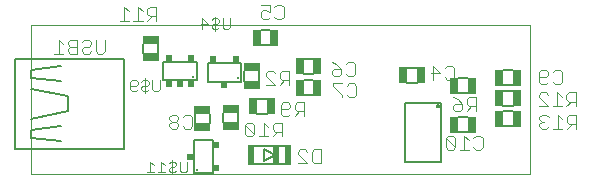
<source format=gbo>
G75*
G70*
%OFA0B0*%
%FSLAX24Y24*%
%IPPOS*%
%LPD*%
%AMOC8*
5,1,8,0,0,1.08239X$1,22.5*
%
%ADD10C,0.0000*%
%ADD11C,0.0050*%
%ADD12C,0.0040*%
%ADD13C,0.0060*%
%ADD14R,0.0197X0.0236*%
%ADD15C,0.0079*%
%ADD16R,0.0256X0.0551*%
%ADD17R,0.0551X0.0256*%
%ADD18R,0.0236X0.0197*%
%ADD19R,0.0220X0.0680*%
%ADD20R,0.0240X0.0620*%
%ADD21C,0.0080*%
D10*
X000675Y001220D02*
X000675Y006190D01*
X017307Y006190D01*
X017307Y001220D01*
X000675Y001220D01*
D11*
X000133Y002054D02*
X003774Y002054D01*
X003774Y005085D01*
X000133Y005085D01*
X000133Y002054D01*
X000658Y002445D02*
X000658Y002695D01*
X001658Y002820D01*
X001658Y002320D02*
X000658Y002445D01*
X000658Y003070D02*
X001908Y003320D01*
X001908Y003820D01*
X000658Y004070D01*
X000658Y004445D02*
X001658Y004320D01*
X001658Y004820D02*
X000658Y004695D01*
X000658Y004445D01*
X013144Y003588D02*
X013144Y001620D01*
X014325Y001620D01*
X014325Y003588D01*
X013144Y003588D01*
X014208Y003509D02*
X014210Y003521D01*
X014215Y003532D01*
X014224Y003541D01*
X014235Y003546D01*
X014247Y003548D01*
X014259Y003546D01*
X014270Y003541D01*
X014279Y003532D01*
X014284Y003521D01*
X014286Y003509D01*
X014284Y003497D01*
X014279Y003486D01*
X014270Y003477D01*
X014259Y003472D01*
X014247Y003470D01*
X014235Y003472D01*
X014224Y003477D01*
X014215Y003486D01*
X014210Y003497D01*
X014208Y003509D01*
D12*
X014739Y003493D02*
X014739Y003416D01*
X014816Y003340D01*
X014969Y003340D01*
X015046Y003416D01*
X015046Y003570D01*
X014816Y003570D01*
X014739Y003493D01*
X014892Y003723D02*
X015046Y003570D01*
X015199Y003570D02*
X015199Y003723D01*
X015276Y003800D01*
X015506Y003800D01*
X015506Y003340D01*
X015506Y003493D02*
X015276Y003493D01*
X015199Y003570D01*
X015353Y003493D02*
X015199Y003340D01*
X014892Y003723D02*
X014739Y003800D01*
X014699Y004380D02*
X014545Y004380D01*
X014468Y004456D01*
X014315Y004610D02*
X014008Y004610D01*
X014085Y004380D02*
X014085Y004840D01*
X014315Y004610D01*
X014468Y004763D02*
X014545Y004840D01*
X014699Y004840D01*
X014775Y004763D01*
X014775Y004456D01*
X014699Y004380D01*
X017599Y004316D02*
X017676Y004240D01*
X017829Y004240D01*
X017906Y004316D01*
X018059Y004316D02*
X018136Y004240D01*
X018289Y004240D01*
X018366Y004316D01*
X018366Y004623D01*
X018289Y004700D01*
X018136Y004700D01*
X018059Y004623D01*
X017906Y004623D02*
X017906Y004546D01*
X017829Y004470D01*
X017599Y004470D01*
X017599Y004623D02*
X017676Y004700D01*
X017829Y004700D01*
X017906Y004623D01*
X017599Y004623D02*
X017599Y004316D01*
X017676Y003960D02*
X017829Y003960D01*
X017906Y003883D01*
X017676Y003960D02*
X017599Y003883D01*
X017599Y003806D01*
X017906Y003500D01*
X017599Y003500D01*
X018059Y003500D02*
X018366Y003500D01*
X018213Y003500D02*
X018213Y003960D01*
X018366Y003806D01*
X018520Y003730D02*
X018596Y003653D01*
X018826Y003653D01*
X018673Y003653D02*
X018520Y003500D01*
X018826Y003500D02*
X018826Y003960D01*
X018596Y003960D01*
X018520Y003883D01*
X018520Y003730D01*
X018616Y003210D02*
X018540Y003133D01*
X018540Y002980D01*
X018616Y002903D01*
X018846Y002903D01*
X018693Y002903D02*
X018540Y002750D01*
X018386Y002750D02*
X018079Y002750D01*
X018233Y002750D02*
X018233Y003210D01*
X018386Y003056D01*
X018616Y003210D02*
X018846Y003210D01*
X018846Y002750D01*
X017926Y002826D02*
X017849Y002750D01*
X017696Y002750D01*
X017619Y002826D01*
X017619Y002903D01*
X017696Y002980D01*
X017772Y002980D01*
X017696Y002980D02*
X017619Y003056D01*
X017619Y003133D01*
X017696Y003210D01*
X017849Y003210D01*
X017926Y003133D01*
X015725Y002433D02*
X015725Y002126D01*
X015649Y002050D01*
X015495Y002050D01*
X015418Y002126D01*
X015265Y002050D02*
X014958Y002050D01*
X015111Y002050D02*
X015111Y002510D01*
X015265Y002356D01*
X015418Y002433D02*
X015495Y002510D01*
X015649Y002510D01*
X015725Y002433D01*
X014805Y002433D02*
X014805Y002126D01*
X014498Y002433D01*
X014498Y002126D01*
X014574Y002050D01*
X014728Y002050D01*
X014805Y002126D01*
X014805Y002433D02*
X014728Y002510D01*
X014574Y002510D01*
X014498Y002433D01*
X011506Y003876D02*
X011429Y003800D01*
X011276Y003800D01*
X011199Y003876D01*
X011046Y003876D02*
X011046Y003800D01*
X011046Y003876D02*
X010739Y004183D01*
X010739Y004260D01*
X011046Y004260D01*
X011199Y004183D02*
X011276Y004260D01*
X011429Y004260D01*
X011506Y004183D01*
X011506Y003876D01*
X011389Y004510D02*
X011236Y004510D01*
X011159Y004586D01*
X011006Y004586D02*
X010929Y004510D01*
X010776Y004510D01*
X010699Y004586D01*
X010699Y004663D01*
X010776Y004740D01*
X011006Y004740D01*
X011006Y004586D01*
X011006Y004740D02*
X010852Y004893D01*
X010699Y004970D01*
X011159Y004893D02*
X011236Y004970D01*
X011389Y004970D01*
X011466Y004893D01*
X011466Y004586D01*
X011389Y004510D01*
X009766Y003630D02*
X009536Y003630D01*
X009459Y003553D01*
X009459Y003400D01*
X009536Y003323D01*
X009766Y003323D01*
X009613Y003323D02*
X009459Y003170D01*
X009306Y003246D02*
X009229Y003170D01*
X009076Y003170D01*
X008999Y003246D01*
X008999Y003553D01*
X009076Y003630D01*
X009229Y003630D01*
X009306Y003553D01*
X009306Y003476D01*
X009229Y003400D01*
X008999Y003400D01*
X009036Y002950D02*
X008806Y002950D01*
X008730Y002873D01*
X008730Y002720D01*
X008806Y002643D01*
X009036Y002643D01*
X008883Y002643D02*
X008730Y002490D01*
X008576Y002490D02*
X008269Y002490D01*
X008423Y002490D02*
X008423Y002950D01*
X008576Y002796D01*
X008116Y002873D02*
X008116Y002566D01*
X007809Y002873D01*
X007809Y002566D01*
X007886Y002490D01*
X008039Y002490D01*
X008116Y002566D01*
X008116Y002873D02*
X008039Y002950D01*
X007886Y002950D01*
X007809Y002873D01*
X009036Y002950D02*
X009036Y002490D01*
X009578Y001983D02*
X009655Y002060D01*
X009808Y002060D01*
X009885Y001983D01*
X010038Y001983D02*
X010115Y002060D01*
X010345Y002060D01*
X010345Y001600D01*
X010115Y001600D01*
X010038Y001676D01*
X010038Y001983D01*
X009885Y001600D02*
X009578Y001906D01*
X009578Y001983D01*
X009578Y001600D02*
X009885Y001600D01*
X009766Y003170D02*
X009766Y003630D01*
X009275Y004210D02*
X009275Y004670D01*
X009045Y004670D01*
X008968Y004593D01*
X008968Y004440D01*
X009045Y004363D01*
X009275Y004363D01*
X009122Y004363D02*
X008968Y004210D01*
X008815Y004210D02*
X008508Y004516D01*
X008508Y004593D01*
X008585Y004670D01*
X008738Y004670D01*
X008815Y004593D01*
X008815Y004210D02*
X008508Y004210D01*
X006046Y003133D02*
X006046Y002826D01*
X005969Y002750D01*
X005816Y002750D01*
X005739Y002826D01*
X005586Y002826D02*
X005586Y002903D01*
X005509Y002980D01*
X005356Y002980D01*
X005279Y002903D01*
X005279Y002826D01*
X005356Y002750D01*
X005509Y002750D01*
X005586Y002826D01*
X005509Y002980D02*
X005586Y003056D01*
X005586Y003133D01*
X005509Y003210D01*
X005356Y003210D01*
X005279Y003133D01*
X005279Y003056D01*
X005356Y002980D01*
X005739Y003133D02*
X005816Y003210D01*
X005969Y003210D01*
X006046Y003133D01*
X004961Y004062D02*
X004901Y004002D01*
X004781Y004002D01*
X004721Y004062D01*
X004721Y004362D01*
X004593Y004302D02*
X004533Y004362D01*
X004413Y004362D01*
X004353Y004302D01*
X004224Y004302D02*
X004224Y004242D01*
X004164Y004182D01*
X003984Y004182D01*
X003984Y004062D02*
X003984Y004302D01*
X004044Y004362D01*
X004164Y004362D01*
X004224Y004302D01*
X004353Y004122D02*
X004413Y004182D01*
X004533Y004182D01*
X004593Y004242D01*
X004593Y004302D01*
X004473Y004422D02*
X004473Y003942D01*
X004533Y004002D02*
X004413Y004002D01*
X004353Y004062D01*
X004353Y004122D01*
X004224Y004062D02*
X004164Y004002D01*
X004044Y004002D01*
X003984Y004062D01*
X004533Y004002D02*
X004593Y004062D01*
X004961Y004062D02*
X004961Y004362D01*
X003132Y005324D02*
X003055Y005248D01*
X002902Y005248D01*
X002825Y005324D01*
X002825Y005708D01*
X002671Y005631D02*
X002671Y005554D01*
X002595Y005478D01*
X002441Y005478D01*
X002365Y005401D01*
X002365Y005324D01*
X002441Y005248D01*
X002595Y005248D01*
X002671Y005324D01*
X003132Y005324D02*
X003132Y005708D01*
X002671Y005631D02*
X002595Y005708D01*
X002441Y005708D01*
X002365Y005631D01*
X002211Y005708D02*
X001981Y005708D01*
X001904Y005631D01*
X001904Y005554D01*
X001981Y005478D01*
X002211Y005478D01*
X001981Y005478D02*
X001904Y005401D01*
X001904Y005324D01*
X001981Y005248D01*
X002211Y005248D01*
X002211Y005708D01*
X001751Y005554D02*
X001597Y005708D01*
X001597Y005248D01*
X001444Y005248D02*
X001751Y005248D01*
X003628Y006350D02*
X003935Y006350D01*
X004088Y006350D02*
X004395Y006350D01*
X004548Y006350D02*
X004702Y006503D01*
X004625Y006503D02*
X004855Y006503D01*
X004855Y006350D02*
X004855Y006810D01*
X004625Y006810D01*
X004548Y006733D01*
X004548Y006580D01*
X004625Y006503D01*
X004395Y006656D02*
X004241Y006810D01*
X004241Y006350D01*
X003935Y006656D02*
X003781Y006810D01*
X003781Y006350D01*
X006324Y006242D02*
X006564Y006242D01*
X006384Y006422D01*
X006384Y006062D01*
X006693Y006122D02*
X006753Y006062D01*
X006873Y006062D01*
X006933Y006122D01*
X007061Y006122D02*
X007121Y006062D01*
X007241Y006062D01*
X007301Y006122D01*
X007301Y006422D01*
X007061Y006422D02*
X007061Y006122D01*
X006933Y006302D02*
X006933Y006362D01*
X006873Y006422D01*
X006753Y006422D01*
X006693Y006362D01*
X006753Y006242D02*
X006873Y006242D01*
X006933Y006302D01*
X006753Y006242D02*
X006693Y006182D01*
X006693Y006122D01*
X006813Y006002D02*
X006813Y006482D01*
X008328Y006486D02*
X008405Y006410D01*
X008558Y006410D01*
X008635Y006486D01*
X008788Y006486D02*
X008865Y006410D01*
X009019Y006410D01*
X009095Y006486D01*
X009095Y006793D01*
X009019Y006870D01*
X008865Y006870D01*
X008788Y006793D01*
X008635Y006870D02*
X008635Y006640D01*
X008481Y006716D01*
X008405Y006716D01*
X008328Y006640D01*
X008328Y006486D01*
X008328Y006870D02*
X008635Y006870D01*
X005383Y001712D02*
X005383Y001232D01*
X005443Y001292D02*
X005323Y001292D01*
X005263Y001352D01*
X005263Y001412D01*
X005323Y001472D01*
X005443Y001472D01*
X005503Y001532D01*
X005503Y001592D01*
X005443Y001652D01*
X005323Y001652D01*
X005263Y001592D01*
X005134Y001532D02*
X005014Y001652D01*
X005014Y001292D01*
X005134Y001292D02*
X004894Y001292D01*
X004766Y001292D02*
X004526Y001292D01*
X004646Y001292D02*
X004646Y001652D01*
X004766Y001532D01*
X005443Y001292D02*
X005503Y001352D01*
X005631Y001352D02*
X005691Y001292D01*
X005811Y001292D01*
X005871Y001352D01*
X005871Y001652D01*
X005631Y001652D02*
X005631Y001352D01*
D13*
X006110Y001254D02*
X006725Y001254D01*
X006725Y002374D01*
X006110Y002374D01*
X006110Y001254D01*
X008105Y001560D02*
X009145Y001560D01*
X009145Y002180D02*
X008105Y002180D01*
X007575Y002958D02*
X007575Y003281D01*
X007075Y003281D02*
X007075Y002958D01*
X006625Y002928D02*
X006625Y003251D01*
X006125Y003251D02*
X006125Y002928D01*
X008214Y003250D02*
X008537Y003250D01*
X008537Y003750D02*
X008214Y003750D01*
X008275Y004348D02*
X008275Y004671D01*
X007775Y004671D02*
X007775Y004348D01*
X007681Y004314D02*
X007681Y004929D01*
X006561Y004929D01*
X006561Y004314D01*
X007681Y004314D01*
X006191Y004354D02*
X006191Y004969D01*
X005071Y004969D01*
X005071Y004354D01*
X006191Y004354D01*
X004915Y005258D02*
X004915Y005581D01*
X004415Y005581D02*
X004415Y005258D01*
X008324Y005530D02*
X008647Y005530D01*
X008647Y006030D02*
X008324Y006030D01*
X009764Y005080D02*
X010087Y005080D01*
X010087Y004580D02*
X009764Y004580D01*
X009764Y004370D02*
X010087Y004370D01*
X010087Y003870D02*
X009764Y003870D01*
X013214Y004270D02*
X013537Y004270D01*
X013537Y004770D02*
X013214Y004770D01*
X014914Y004420D02*
X015237Y004420D01*
X015237Y003920D02*
X014914Y003920D01*
X014914Y003120D02*
X015237Y003120D01*
X015237Y002620D02*
X014914Y002620D01*
X016414Y002820D02*
X016737Y002820D01*
X016737Y003320D02*
X016414Y003320D01*
X016414Y003510D02*
X016737Y003510D01*
X016737Y004010D02*
X016414Y004010D01*
X016414Y004190D02*
X016737Y004190D01*
X016737Y004690D02*
X016414Y004690D01*
D14*
X007495Y005055D03*
X006747Y005055D03*
X006005Y005095D03*
X005257Y005095D03*
X005257Y004229D03*
X005631Y004229D03*
X006005Y004229D03*
X007121Y004189D03*
D15*
X007574Y004425D03*
X006084Y004465D03*
X006221Y001361D03*
D16*
X008083Y003499D03*
X008663Y003499D03*
X009633Y004119D03*
X010213Y004119D03*
X010213Y004829D03*
X009633Y004829D03*
X008777Y005780D03*
X008197Y005780D03*
X013087Y004520D03*
X013667Y004520D03*
X014783Y004169D03*
X015363Y004169D03*
X016283Y004439D03*
X016863Y004439D03*
X016863Y003759D03*
X016283Y003759D03*
X016283Y003069D03*
X016863Y003069D03*
X015367Y002870D03*
X014787Y002870D03*
D17*
X008026Y004217D03*
X008026Y004797D03*
X007325Y003412D03*
X007325Y002832D03*
X006375Y002802D03*
X006375Y003382D03*
X004666Y005127D03*
X004666Y005707D03*
D18*
X006850Y002188D03*
X005984Y001814D03*
X006850Y001440D03*
D19*
X008005Y001870D03*
X009245Y001870D03*
D20*
X008845Y001870D03*
D21*
X008822Y001870D02*
X008428Y001673D01*
X008428Y002066D01*
X008822Y001870D01*
M02*

</source>
